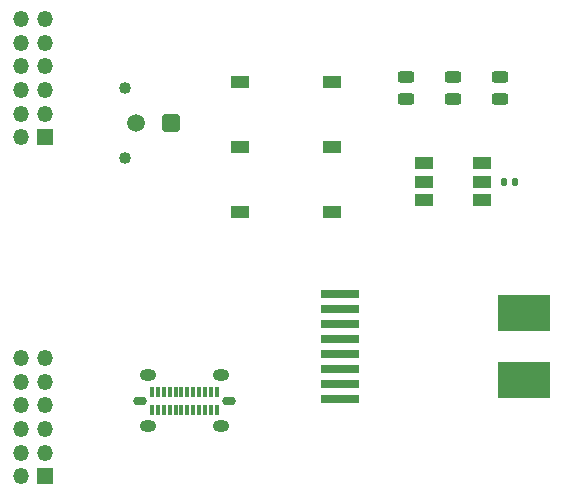
<source format=gbr>
%TF.GenerationSoftware,KiCad,Pcbnew,8.0.4*%
%TF.CreationDate,2024-08-25T16:24:30+03:00*%
%TF.ProjectId,OSSM-integrated-board,4f53534d-2d69-46e7-9465-677261746564,rev?*%
%TF.SameCoordinates,Original*%
%TF.FileFunction,Soldermask,Top*%
%TF.FilePolarity,Negative*%
%FSLAX46Y46*%
G04 Gerber Fmt 4.6, Leading zero omitted, Abs format (unit mm)*
G04 Created by KiCad (PCBNEW 8.0.4) date 2024-08-25 16:24:30*
%MOMM*%
%LPD*%
G01*
G04 APERTURE LIST*
G04 Aperture macros list*
%AMRoundRect*
0 Rectangle with rounded corners*
0 $1 Rounding radius*
0 $2 $3 $4 $5 $6 $7 $8 $9 X,Y pos of 4 corners*
0 Add a 4 corners polygon primitive as box body*
4,1,4,$2,$3,$4,$5,$6,$7,$8,$9,$2,$3,0*
0 Add four circle primitives for the rounded corners*
1,1,$1+$1,$2,$3*
1,1,$1+$1,$4,$5*
1,1,$1+$1,$6,$7*
1,1,$1+$1,$8,$9*
0 Add four rect primitives between the rounded corners*
20,1,$1+$1,$2,$3,$4,$5,0*
20,1,$1+$1,$4,$5,$6,$7,0*
20,1,$1+$1,$6,$7,$8,$9,0*
20,1,$1+$1,$8,$9,$2,$3,0*%
G04 Aperture macros list end*
%ADD10R,1.350000X1.350000*%
%ADD11O,1.350000X1.350000*%
%ADD12R,1.500000X1.000000*%
%ADD13R,3.200000X0.700000*%
%ADD14R,4.500000X3.150000*%
%ADD15R,0.300000X0.950000*%
%ADD16O,1.150000X0.750000*%
%ADD17O,1.400000X1.000000*%
%ADD18RoundRect,0.243750X-0.456250X0.243750X-0.456250X-0.243750X0.456250X-0.243750X0.456250X0.243750X0*%
%ADD19C,1.020000*%
%ADD20RoundRect,0.250001X-0.499999X0.499999X-0.499999X-0.499999X0.499999X-0.499999X0.499999X0.499999X0*%
%ADD21C,1.500000*%
%ADD22RoundRect,0.140000X0.140000X0.170000X-0.140000X0.170000X-0.140000X-0.170000X0.140000X-0.170000X0*%
G04 APERTURE END LIST*
D10*
%TO.C,J4*%
X100800000Y-101000000D03*
D11*
X98800000Y-101000000D03*
X100800000Y-99000000D03*
X98800000Y-99000000D03*
X100800000Y-97000000D03*
X98800000Y-97000000D03*
X100800000Y-95000000D03*
X98800000Y-95000000D03*
X100800000Y-93000000D03*
X98800000Y-93000000D03*
X100800000Y-91000000D03*
X98800000Y-91000000D03*
%TD*%
D12*
%TO.C,D4*%
X137800000Y-106350000D03*
X137800000Y-104750000D03*
X137800000Y-103150000D03*
X132900000Y-103150000D03*
X132900000Y-104750000D03*
X132900000Y-106350000D03*
%TD*%
D10*
%TO.C,J5*%
X100800000Y-129700000D03*
D11*
X98800000Y-129700000D03*
X100800000Y-127700000D03*
X98800000Y-127700000D03*
X100800000Y-125700000D03*
X98800000Y-125700000D03*
X100800000Y-123700000D03*
X98800000Y-123700000D03*
X100800000Y-121700000D03*
X98800000Y-121700000D03*
X100800000Y-119700000D03*
X98800000Y-119700000D03*
%TD*%
D12*
%TO.C,SW2*%
X125100000Y-101850000D03*
X117300000Y-101850000D03*
%TD*%
D13*
%TO.C,J2*%
X125800000Y-123145000D03*
X125800000Y-121875000D03*
X125800000Y-120605000D03*
X125800000Y-119335000D03*
X125800000Y-118065000D03*
X125800000Y-116795000D03*
X125800000Y-115525000D03*
X125800000Y-114255000D03*
D14*
X141350000Y-121525000D03*
X141350000Y-115875000D03*
%TD*%
D15*
%TO.C,J3*%
X109850000Y-122545000D03*
X110350000Y-122545000D03*
X110850000Y-122545000D03*
X111350000Y-122545000D03*
X111850000Y-122545000D03*
X112350000Y-122545000D03*
X112850000Y-122545000D03*
X113350000Y-122545000D03*
X113850000Y-122545000D03*
X114350000Y-122545000D03*
X114850000Y-122545000D03*
X115350000Y-122545000D03*
X115350000Y-124055000D03*
X114850000Y-124055000D03*
X114350000Y-124055000D03*
X113850000Y-124055000D03*
X113350000Y-124055000D03*
X112850000Y-124055000D03*
X112350000Y-124055000D03*
X111850000Y-124055000D03*
X111350000Y-124055000D03*
X110850000Y-124055000D03*
X110350000Y-124055000D03*
X109850000Y-124055000D03*
D16*
X108850000Y-123300000D03*
D17*
X109500000Y-121150000D03*
X109500000Y-125450000D03*
X115700000Y-121150000D03*
X115700000Y-125450000D03*
D16*
X116350000Y-123300000D03*
%TD*%
D18*
%TO.C,D8*%
X135350000Y-95912500D03*
X135350000Y-97787500D03*
%TD*%
D19*
%TO.C,J1*%
X107560000Y-96800000D03*
X107560000Y-102800000D03*
D20*
X111500000Y-99800000D03*
D21*
X108500000Y-99800000D03*
%TD*%
D18*
%TO.C,D15*%
X131350000Y-95912500D03*
X131350000Y-97787500D03*
%TD*%
D22*
%TO.C,C9*%
X140580000Y-104750000D03*
X139620000Y-104750000D03*
%TD*%
D12*
%TO.C,SW3*%
X117300000Y-96350000D03*
X125100000Y-96350000D03*
%TD*%
%TO.C,SW1*%
X117300000Y-107350000D03*
X125100000Y-107350000D03*
%TD*%
D18*
%TO.C,D9*%
X139350000Y-95912500D03*
X139350000Y-97787500D03*
%TD*%
M02*

</source>
